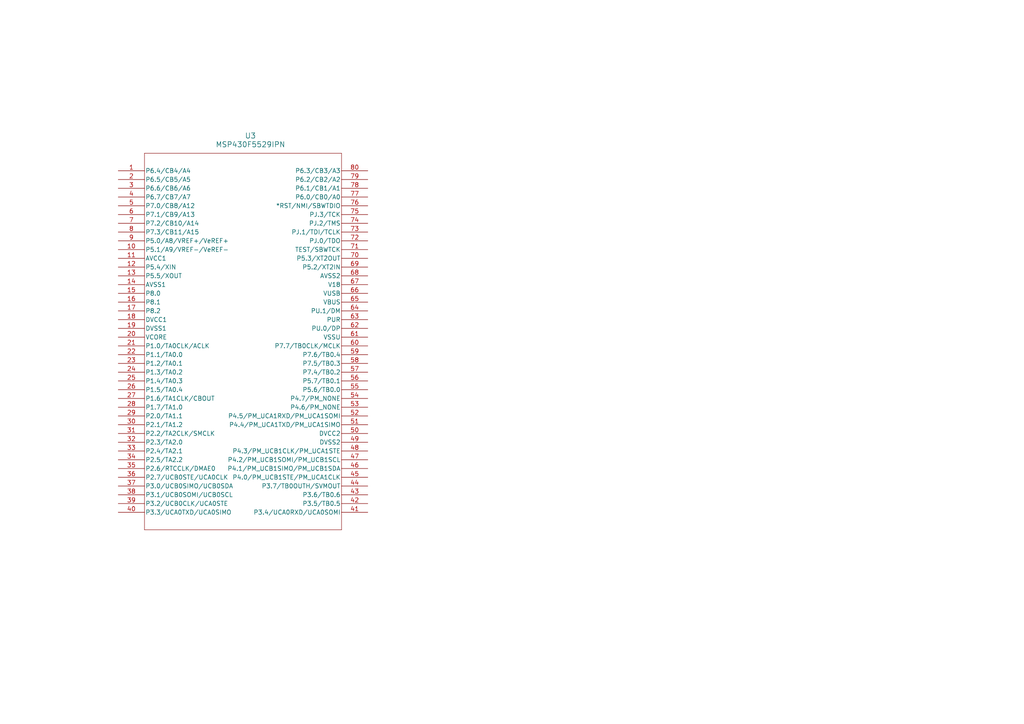
<source format=kicad_sch>
(kicad_sch (version 20231120) (generator "eeschema") (generator_version "8.0")
  (paper "A4")
  (lib_symbols
    (symbol "MSP430F5529:MSP430F5529IPN" (pin_names (offset 0.254))
      (property "Reference" "U3" (at 38.354 10.16 0))
      (property "Value" "MSP430F5529IPN" (at 38.354 7.62 0))
      (symbol "MSP430F5529IPN_1_1"
        (polyline (pts (xy 7.62 -104.14) (xy 64.77 -104.14)) (stroke (width 0.127)))
        (polyline (pts (xy 7.62 5.08) (xy 7.62 -104.14)) (stroke (width 0.127)))
        (polyline (pts (xy 64.77 -104.14) (xy 64.77 5.08)) (stroke (width 0.127)))
        (polyline (pts (xy 64.77 5.08) (xy 7.62 5.08)) (stroke (width 0.127)))
        (pin bidirectional line (at 0 0 0) (length 7.62) (name "P6.4/CB4/A4") (number "1"))
        (pin bidirectional line (at 0 -22.86 0) (length 7.62) (name "P5.1/A9/VREF-/VeREF-") (number "10"))
        (pin power_in line (at 0 -25.4 0) (length 7.62) (name "AVCC1") (number "11"))
        (pin bidirectional line (at 0 -27.94 0) (length 7.62) (name "P5.4/XIN") (number "12"))
        (pin bidirectional line (at 0 -30.48 0) (length 7.62) (name "P5.5/XOUT") (number "13"))
        (pin power_in line (at 0 -33.02 0) (length 7.62) (name "AVSS1") (number "14"))
        (pin bidirectional line (at 0 -35.56 0) (length 7.62) (name "P8.0") (number "15"))
        (pin bidirectional line (at 0 -38.1 0) (length 7.62) (name "P8.1") (number "16"))
        (pin bidirectional line (at 0 -40.64 0) (length 7.62) (name "P8.2") (number "17"))
        (pin power_in line (at 0 -43.18 0) (length 7.62) (name "DVCC1") (number "18"))
        (pin power_in line (at 0 -45.72 0) (length 7.62) (name "DVSS1") (number "19"))
        (pin bidirectional line (at 0 -2.54 0) (length 7.62) (name "P6.5/CB5/A5") (number "2"))
        (pin power_in line (at 0 -48.26 0) (length 7.62) (name "VCORE") (number "20"))
        (pin bidirectional line (at 0 -50.8 0) (length 7.62) (name "P1.0/TA0CLK/ACLK") (number "21"))
        (pin bidirectional line (at 0 -53.34 0) (length 7.62) (name "P1.1/TA0.0") (number "22"))
        (pin bidirectional line (at 0 -55.88 0) (length 7.62) (name "P1.2/TA0.1") (number "23"))
        (pin bidirectional line (at 0 -58.42 0) (length 7.62) (name "P1.3/TA0.2") (number "24"))
        (pin bidirectional line (at 0 -60.96 0) (length 7.62) (name "P1.4/TA0.3") (number "25"))
        (pin bidirectional line (at 0 -63.5 0) (length 7.62) (name "P1.5/TA0.4") (number "26"))
        (pin bidirectional line (at 0 -66.04 0) (length 7.62) (name "P1.6/TA1CLK/CBOUT") (number "27"))
        (pin bidirectional line (at 0 -68.58 0) (length 7.62) (name "P1.7/TA1.0") (number "28"))
        (pin bidirectional line (at 0 -71.12 0) (length 7.62) (name "P2.0/TA1.1") (number "29"))
        (pin bidirectional line (at 0 -5.08 0) (length 7.62) (name "P6.6/CB6/A6") (number "3"))
        (pin bidirectional line (at 0 -73.66 0) (length 7.62) (name "P2.1/TA1.2") (number "30"))
        (pin bidirectional line (at 0 -76.2 0) (length 7.62) (name "P2.2/TA2CLK/SMCLK") (number "31"))
        (pin bidirectional line (at 0 -78.74 0) (length 7.62) (name "P2.3/TA2.0") (number "32"))
        (pin bidirectional line (at 0 -81.28 0) (length 7.62) (name "P2.4/TA2.1") (number "33"))
        (pin bidirectional line (at 0 -83.82 0) (length 7.62) (name "P2.5/TA2.2") (number "34"))
        (pin bidirectional line (at 0 -86.36 0) (length 7.62) (name "P2.6/RTCCLK/DMAE0") (number "35"))
        (pin bidirectional line (at 0 -88.9 0) (length 7.62) (name "P2.7/UCB0STE/UCA0CLK") (number "36"))
        (pin bidirectional line (at 0 -91.44 0) (length 7.62) (name "P3.0/UCB0SIMO/UCB0SDA") (number "37"))
        (pin bidirectional line (at 0 -93.98 0) (length 7.62) (name "P3.1/UCB0SOMI/UCB0SCL") (number "38"))
        (pin bidirectional line (at 0 -96.52 0) (length 7.62) (name "P3.2/UCB0CLK/UCA0STE") (number "39"))
        (pin bidirectional line (at 0 -7.62 0) (length 7.62) (name "P6.7/CB7/A7") (number "4"))
        (pin bidirectional line (at 0 -99.06 0) (length 7.62) (name "P3.3/UCA0TXD/UCA0SIMO") (number "40"))
        (pin bidirectional line (at 72.39 -99.06 180) (length 7.62) (name "P3.4/UCA0RXD/UCA0SOMI") (number "41"))
        (pin bidirectional line (at 72.39 -96.52 180) (length 7.62) (name "P3.5/TB0.5") (number "42"))
        (pin bidirectional line (at 72.39 -93.98 180) (length 7.62) (name "P3.6/TB0.6") (number "43"))
        (pin bidirectional line (at 72.39 -91.44 180) (length 7.62) (name "P3.7/TB0OUTH/SVMOUT") (number "44"))
        (pin bidirectional line (at 72.39 -88.9 180) (length 7.62) (name "P4.0/PM_UCB1STE/PM_UCA1CLK") (number "45"))
        (pin bidirectional line (at 72.39 -86.36 180) (length 7.62) (name "P4.1/PM_UCB1SIMO/PM_UCB1SDA") (number "46"))
        (pin bidirectional line (at 72.39 -83.82 180) (length 7.62) (name "P4.2/PM_UCB1SOMI/PM_UCB1SCL") (number "47"))
        (pin bidirectional line (at 72.39 -81.28 180) (length 7.62) (name "P4.3/PM_UCB1CLK/PM_UCA1STE") (number "48"))
        (pin power_in line (at 72.39 -78.74 180) (length 7.62) (name "DVSS2") (number "49"))
        (pin bidirectional line (at 0 -10.16 0) (length 7.62) (name "P7.0/CB8/A12") (number "5"))
        (pin power_in line (at 72.39 -76.2 180) (length 7.62) (name "DVCC2") (number "50"))
        (pin bidirectional line (at 72.39 -73.66 180) (length 7.62) (name "P4.4/PM_UCA1TXD/PM_UCA1SIMO") (number "51"))
        (pin bidirectional line (at 72.39 -71.12 180) (length 7.62) (name "P4.5/PM_UCA1RXD/PM_UCA1SOMI") (number "52"))
        (pin bidirectional line (at 72.39 -68.58 180) (length 7.62) (name "P4.6/PM_NONE") (number "53"))
        (pin bidirectional line (at 72.39 -66.04 180) (length 7.62) (name "P4.7/PM_NONE") (number "54"))
        (pin bidirectional line (at 72.39 -63.5 180) (length 7.62) (name "P5.6/TB0.0") (number "55"))
        (pin bidirectional line (at 72.39 -60.96 180) (length 7.62) (name "P5.7/TB0.1") (number "56"))
        (pin bidirectional line (at 72.39 -58.42 180) (length 7.62) (name "P7.4/TB0.2") (number "57"))
        (pin bidirectional line (at 72.39 -55.88 180) (length 7.62) (name "P7.5/TB0.3") (number "58"))
        (pin bidirectional line (at 72.39 -53.34 180) (length 7.62) (name "P7.6/TB0.4") (number "59"))
        (pin bidirectional line (at 0 -12.7 0) (length 7.62) (name "P7.1/CB9/A13") (number "6"))
        (pin bidirectional line (at 72.39 -50.8 180) (length 7.62) (name "P7.7/TB0CLK/MCLK") (number "60"))
        (pin power_in line (at 72.39 -48.26 180) (length 7.62) (name "VSSU") (number "61"))
        (pin bidirectional line (at 72.39 -45.72 180) (length 7.62) (name "PU.0/DP") (number "62"))
        (pin bidirectional line (at 72.39 -43.18 180) (length 7.62) (name "PUR") (number "63"))
        (pin bidirectional line (at 72.39 -40.64 180) (length 7.62) (name "PU.1/DM") (number "64"))
        (pin power_in line (at 72.39 -38.1 180) (length 7.62) (name "VBUS") (number "65"))
        (pin power_in line (at 72.39 -35.56 180) (length 7.62) (name "VUSB") (number "66"))
        (pin power_in line (at 72.39 -33.02 180) (length 7.62) (name "V18") (number "67"))
        (pin power_in line (at 72.39 -30.48 180) (length 7.62) (name "AVSS2") (number "68"))
        (pin bidirectional line (at 72.39 -27.94 180) (length 7.62) (name "P5.2/XT2IN") (number "69"))
        (pin bidirectional line (at 0 -15.24 0) (length 7.62) (name "P7.2/CB10/A14") (number "7"))
        (pin bidirectional line (at 72.39 -25.4 180) (length 7.62) (name "P5.3/XT2OUT") (number "70"))
        (pin bidirectional line (at 72.39 -22.86 180) (length 7.62) (name "TEST/SBWTCK") (number "71"))
        (pin bidirectional line (at 72.39 -20.32 180) (length 7.62) (name "PJ.0/TDO") (number "72"))
        (pin bidirectional line (at 72.39 -17.78 180) (length 7.62) (name "PJ.1/TDI/TCLK") (number "73"))
        (pin bidirectional line (at 72.39 -15.24 180) (length 7.62) (name "PJ.2/TMS") (number "74"))
        (pin bidirectional line (at 72.39 -12.7 180) (length 7.62) (name "PJ.3/TCK") (number "75"))
        (pin bidirectional line (at 72.39 -10.16 180) (length 7.62) (name "*RST/NMI/SBWTDIO") (number "76"))
        (pin bidirectional line (at 72.39 -7.62 180) (length 7.62) (name "P6.0/CB0/A0") (number "77"))
        (pin bidirectional line (at 72.39 -5.08 180) (length 7.62) (name "P6.1/CB1/A1") (number "78"))
        (pin bidirectional line (at 72.39 -2.54 180) (length 7.62) (name "P6.2/CB2/A2") (number "79"))
        (pin bidirectional line (at 0 -17.78 0) (length 7.62) (name "P7.3/CB11/A15") (number "8"))
        (pin bidirectional line (at 72.39 0 180) (length 7.62) (name "P6.3/CB3/A3") (number "80"))
        (pin bidirectional line (at 0 -20.32 0) (length 7.62) (name "P5.0/A8/VREF+/VeREF+") (number "9"))
      )
    )
  )
  (symbol (lib_id "MSP430F5529:MSP430F5529IPN") (at 34.29 49.53 0) (unit 1)
    (property "Reference" "U3" (at 72.644 39.37 0) (effects (font (size 1.524 1.524))))
    (property "Value" "MSP430F5529IPN" (at 72.644 41.91 0) (effects (font (size 1.524 1.524))))
    (property "Footprint" "PN80" (effects (hide yes)))
    (property "Datasheet" "MSP430F5529IPN" (effects (hide yes)))
  )
)
</source>
